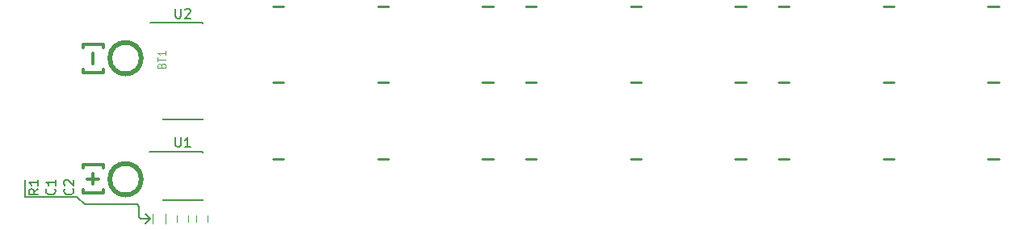
<source format=gto>
G04 #@! TF.GenerationSoftware,KiCad,Pcbnew,5.0.0-fee4fd1~66~ubuntu16.04.1*
G04 #@! TF.CreationDate,2018-08-12T23:06:18+05:30*
G04 #@! TF.ProjectId,1sqinch555,317371696E63683535352E6B69636164,rev?*
G04 #@! TF.SameCoordinates,Original*
G04 #@! TF.FileFunction,Legend,Top*
G04 #@! TF.FilePolarity,Positive*
%FSLAX46Y46*%
G04 Gerber Fmt 4.6, Leading zero omitted, Abs format (unit mm)*
G04 Created by KiCad (PCBNEW 5.0.0-fee4fd1~66~ubuntu16.04.1) date Sun Aug 12 23:06:18 2018*
%MOMM*%
%LPD*%
G01*
G04 APERTURE LIST*
%ADD10C,0.300000*%
%ADD11C,0.200000*%
%ADD12C,0.250000*%
%ADD13C,0.120000*%
%ADD14C,0.150000*%
%ADD15C,0.500000*%
G04 APERTURE END LIST*
D10*
X45521428Y-55157142D02*
X45521428Y-54800000D01*
X47664285Y-54800000D01*
X47664285Y-55157142D01*
X46592857Y-55728571D02*
X46592857Y-56871428D01*
X46021428Y-56300000D02*
X47164285Y-56300000D01*
X45521428Y-57442857D02*
X45521428Y-57800000D01*
X47664285Y-57800000D01*
X47664285Y-57442857D01*
X45521428Y-42557142D02*
X45521428Y-42200000D01*
X47664285Y-42200000D01*
X47664285Y-42557142D01*
X46592857Y-43128571D02*
X46592857Y-44271428D01*
X45521428Y-44842857D02*
X45521428Y-45200000D01*
X47664285Y-45200000D01*
X47664285Y-44842857D01*
D11*
X52100000Y-60000000D02*
X52600000Y-60500000D01*
X52600000Y-60500000D02*
X52100000Y-61000000D01*
X51600000Y-60500000D02*
X52600000Y-60500000D01*
X51400000Y-60300000D02*
X51600000Y-60500000D01*
X51400000Y-59200000D02*
X51400000Y-60300000D01*
X51200000Y-59000000D02*
X51400000Y-59200000D01*
X45700000Y-59000000D02*
X51200000Y-59000000D01*
X44900000Y-58200000D02*
X45700000Y-59000000D01*
X39500000Y-58200000D02*
X44900000Y-58200000D01*
X39500000Y-56400000D02*
X39500000Y-58200000D01*
D12*
G04 #@! TO.C,D1*
X66570000Y-54200000D02*
X65430000Y-54200000D01*
G04 #@! TO.C,D2*
X66569999Y-46200000D02*
X65429999Y-46200000D01*
G04 #@! TO.C,D3*
X66570000Y-38200000D02*
X65430000Y-38200000D01*
G04 #@! TO.C,D4*
X77570000Y-54200000D02*
X76430000Y-54200000D01*
G04 #@! TO.C,D5*
X77570000Y-46200000D02*
X76430000Y-46200000D01*
G04 #@! TO.C,D6*
X77570000Y-38200000D02*
X76430000Y-38200000D01*
G04 #@! TO.C,D7*
X88570000Y-54200000D02*
X87430000Y-54200000D01*
G04 #@! TO.C,D8*
X88570001Y-46200000D02*
X87430001Y-46200000D01*
G04 #@! TO.C,D9*
X88570000Y-38200000D02*
X87430000Y-38200000D01*
G04 #@! TO.C,D10*
X93070000Y-54200000D02*
X91930000Y-54200000D01*
G04 #@! TO.C,D11*
X93069999Y-46200000D02*
X91929999Y-46200000D01*
G04 #@! TO.C,D12*
X93070000Y-38200000D02*
X91930000Y-38200000D01*
G04 #@! TO.C,D13*
X104070000Y-54200000D02*
X102930000Y-54200000D01*
G04 #@! TO.C,D14*
X104070000Y-46200000D02*
X102930000Y-46200000D01*
G04 #@! TO.C,D15*
X104070000Y-38200000D02*
X102930000Y-38200000D01*
G04 #@! TO.C,D16*
X115070000Y-54200000D02*
X113930000Y-54200000D01*
G04 #@! TO.C,D17*
X115070001Y-46200000D02*
X113930001Y-46200000D01*
G04 #@! TO.C,D18*
X115070000Y-38200000D02*
X113930000Y-38200000D01*
G04 #@! TO.C,D19*
X119570000Y-54200000D02*
X118430000Y-54200000D01*
G04 #@! TO.C,D20*
X119569999Y-46200000D02*
X118429999Y-46200000D01*
G04 #@! TO.C,D21*
X119570000Y-38200000D02*
X118430000Y-38200000D01*
G04 #@! TO.C,D22*
X130570000Y-54200000D02*
X129430000Y-54200000D01*
G04 #@! TO.C,D23*
X130570000Y-46200000D02*
X129430000Y-46200000D01*
G04 #@! TO.C,D24*
X130570000Y-38200000D02*
X129430000Y-38200000D01*
G04 #@! TO.C,D25*
X141570000Y-54200000D02*
X140430000Y-54200000D01*
G04 #@! TO.C,D26*
X141570001Y-46200000D02*
X140430001Y-46200000D01*
G04 #@! TO.C,D27*
X141570000Y-38200000D02*
X140430000Y-38200000D01*
D13*
G04 #@! TO.C,C1*
X55400000Y-60850000D02*
X55400000Y-60150000D01*
X56600000Y-60150000D02*
X56600000Y-60850000D01*
G04 #@! TO.C,C2*
X57400000Y-60850000D02*
X57400000Y-60150000D01*
X58600000Y-60150000D02*
X58600000Y-60850000D01*
G04 #@! TO.C,R1*
X52820000Y-61000000D02*
X52820000Y-60000000D01*
X54180000Y-60000000D02*
X54180000Y-61000000D01*
D14*
G04 #@! TO.C,U1*
X53925000Y-53425000D02*
X53925000Y-53475000D01*
X58075000Y-53425000D02*
X58075000Y-53570000D01*
X58075000Y-58575000D02*
X58075000Y-58430000D01*
X53925000Y-58575000D02*
X53925000Y-58430000D01*
X53925000Y-53425000D02*
X58075000Y-53425000D01*
X53925000Y-58575000D02*
X58075000Y-58575000D01*
X53925000Y-53475000D02*
X52525000Y-53475000D01*
G04 #@! TO.C,U2*
X53925000Y-39925000D02*
X53925000Y-39950000D01*
X58075000Y-39925000D02*
X58075000Y-40030000D01*
X58075000Y-50075000D02*
X58075000Y-49970000D01*
X53925000Y-50075000D02*
X53925000Y-49970000D01*
X53925000Y-39925000D02*
X58075000Y-39925000D01*
X53925000Y-50075000D02*
X58075000Y-50075000D01*
X53925000Y-39950000D02*
X52550000Y-39950000D01*
G04 #@! TD*
D15*
G04 #@! TO.C,BT1*
X51650000Y-43650000D02*
G75*
G03X51650000Y-43650000I-1650000J0D01*
G01*
X51650000Y-56350000D02*
G75*
G03X51650000Y-56350000I-1650000J0D01*
G01*
G04 #@! TD*
G04 #@! TO.C,BT1*
D13*
X53742857Y-44428571D02*
X53780952Y-44314285D01*
X53819047Y-44276190D01*
X53895238Y-44238095D01*
X54009523Y-44238095D01*
X54085714Y-44276190D01*
X54123809Y-44314285D01*
X54161904Y-44390476D01*
X54161904Y-44695238D01*
X53361904Y-44695238D01*
X53361904Y-44428571D01*
X53400000Y-44352380D01*
X53438095Y-44314285D01*
X53514285Y-44276190D01*
X53590476Y-44276190D01*
X53666666Y-44314285D01*
X53704761Y-44352380D01*
X53742857Y-44428571D01*
X53742857Y-44695238D01*
X53361904Y-44009523D02*
X53361904Y-43552380D01*
X54161904Y-43780952D02*
X53361904Y-43780952D01*
X54161904Y-42866666D02*
X54161904Y-43323809D01*
X54161904Y-43095238D02*
X53361904Y-43095238D01*
X53476190Y-43171428D01*
X53552380Y-43247619D01*
X53590476Y-43323809D01*
G04 #@! TO.C,C1*
D14*
X42557142Y-57366666D02*
X42604761Y-57414285D01*
X42652380Y-57557142D01*
X42652380Y-57652380D01*
X42604761Y-57795238D01*
X42509523Y-57890476D01*
X42414285Y-57938095D01*
X42223809Y-57985714D01*
X42080952Y-57985714D01*
X41890476Y-57938095D01*
X41795238Y-57890476D01*
X41700000Y-57795238D01*
X41652380Y-57652380D01*
X41652380Y-57557142D01*
X41700000Y-57414285D01*
X41747619Y-57366666D01*
X42652380Y-56414285D02*
X42652380Y-56985714D01*
X42652380Y-56700000D02*
X41652380Y-56700000D01*
X41795238Y-56795238D01*
X41890476Y-56890476D01*
X41938095Y-56985714D01*
G04 #@! TO.C,C2*
X44457142Y-57366666D02*
X44504761Y-57414285D01*
X44552380Y-57557142D01*
X44552380Y-57652380D01*
X44504761Y-57795238D01*
X44409523Y-57890476D01*
X44314285Y-57938095D01*
X44123809Y-57985714D01*
X43980952Y-57985714D01*
X43790476Y-57938095D01*
X43695238Y-57890476D01*
X43600000Y-57795238D01*
X43552380Y-57652380D01*
X43552380Y-57557142D01*
X43600000Y-57414285D01*
X43647619Y-57366666D01*
X43647619Y-56985714D02*
X43600000Y-56938095D01*
X43552380Y-56842857D01*
X43552380Y-56604761D01*
X43600000Y-56509523D01*
X43647619Y-56461904D01*
X43742857Y-56414285D01*
X43838095Y-56414285D01*
X43980952Y-56461904D01*
X44552380Y-57033333D01*
X44552380Y-56414285D01*
G04 #@! TO.C,R1*
X40852380Y-57366666D02*
X40376190Y-57700000D01*
X40852380Y-57938095D02*
X39852380Y-57938095D01*
X39852380Y-57557142D01*
X39900000Y-57461904D01*
X39947619Y-57414285D01*
X40042857Y-57366666D01*
X40185714Y-57366666D01*
X40280952Y-57414285D01*
X40328571Y-57461904D01*
X40376190Y-57557142D01*
X40376190Y-57938095D01*
X40852380Y-56414285D02*
X40852380Y-56985714D01*
X40852380Y-56700000D02*
X39852380Y-56700000D01*
X39995238Y-56795238D01*
X40090476Y-56890476D01*
X40138095Y-56985714D01*
G04 #@! TO.C,U1*
X55238095Y-51952380D02*
X55238095Y-52761904D01*
X55285714Y-52857142D01*
X55333333Y-52904761D01*
X55428571Y-52952380D01*
X55619047Y-52952380D01*
X55714285Y-52904761D01*
X55761904Y-52857142D01*
X55809523Y-52761904D01*
X55809523Y-51952380D01*
X56809523Y-52952380D02*
X56238095Y-52952380D01*
X56523809Y-52952380D02*
X56523809Y-51952380D01*
X56428571Y-52095238D01*
X56333333Y-52190476D01*
X56238095Y-52238095D01*
G04 #@! TO.C,U2*
X55238095Y-38452380D02*
X55238095Y-39261904D01*
X55285714Y-39357142D01*
X55333333Y-39404761D01*
X55428571Y-39452380D01*
X55619047Y-39452380D01*
X55714285Y-39404761D01*
X55761904Y-39357142D01*
X55809523Y-39261904D01*
X55809523Y-38452380D01*
X56238095Y-38547619D02*
X56285714Y-38500000D01*
X56380952Y-38452380D01*
X56619047Y-38452380D01*
X56714285Y-38500000D01*
X56761904Y-38547619D01*
X56809523Y-38642857D01*
X56809523Y-38738095D01*
X56761904Y-38880952D01*
X56190476Y-39452380D01*
X56809523Y-39452380D01*
G04 #@! TD*
M02*

</source>
